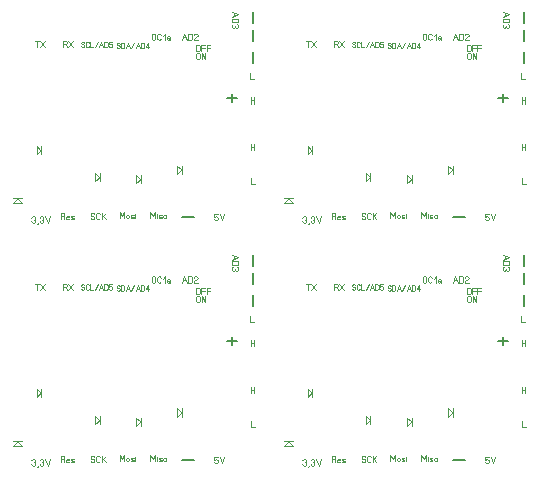
<source format=gbr>
%FSLAX32Y32*%
%MOMM*%
%LNBESTUECKUNG2*%
G71*
G01*
%ADD10C, 0.07*%
%ADD11C, 0.06*%
%ADD12C, 0.20*%
%ADD13C, 0.17*%
%ADD14C, 0.10*%
%ADD15C, 0.19*%
%LPD*%
G54D10*
X9758Y7526D02*
X9778Y7579D01*
X9798Y7526D01*
G54D10*
X9766Y7546D02*
X9790Y7546D01*
G54D10*
X9813Y7526D02*
X9813Y7579D01*
X9833Y7579D01*
X9841Y7576D01*
X9845Y7569D01*
X9845Y7536D01*
X9841Y7529D01*
X9833Y7526D01*
X9813Y7526D01*
G54D10*
X9892Y7526D02*
X9860Y7526D01*
X9860Y7529D01*
X9864Y7536D01*
X9888Y7556D01*
X9892Y7562D01*
X9892Y7569D01*
X9888Y7576D01*
X9880Y7579D01*
X9872Y7579D01*
X9864Y7576D01*
X9860Y7569D01*
G54D10*
X9534Y7569D02*
X9534Y7536D01*
X9530Y7529D01*
X9522Y7526D01*
X9514Y7526D01*
X9506Y7529D01*
X9502Y7536D01*
X9502Y7569D01*
X9506Y7576D01*
X9514Y7579D01*
X9522Y7579D01*
X9530Y7576D01*
X9534Y7569D01*
G54D10*
X9581Y7536D02*
X9577Y7529D01*
X9569Y7526D01*
X9561Y7526D01*
X9553Y7529D01*
X9549Y7536D01*
X9549Y7569D01*
X9553Y7576D01*
X9561Y7579D01*
X9569Y7579D01*
X9577Y7576D01*
X9581Y7569D01*
G54D10*
X9596Y7559D02*
X9616Y7579D01*
X9616Y7526D01*
G54D10*
X9631Y7552D02*
X9639Y7556D01*
X9649Y7556D01*
X9655Y7549D01*
X9655Y7526D01*
G54D10*
X9655Y7536D02*
X9651Y7542D01*
X9643Y7544D01*
X9635Y7542D01*
X9631Y7536D01*
X9633Y7529D01*
X9639Y7526D01*
X9643Y7526D01*
X9645Y7526D01*
X9651Y7529D01*
X9655Y7536D01*
G54D11*
X9207Y7467D02*
X9210Y7461D01*
X9217Y7458D01*
X9223Y7458D01*
X9230Y7461D01*
X9233Y7467D01*
X9233Y7472D01*
X9230Y7478D01*
X9223Y7481D01*
X9217Y7481D01*
X9210Y7483D01*
X9207Y7489D01*
X9207Y7494D01*
X9210Y7500D01*
X9217Y7503D01*
X9223Y7503D01*
X9230Y7500D01*
X9233Y7494D01*
G54D11*
X9246Y7458D02*
X9246Y7503D01*
X9262Y7503D01*
X9269Y7500D01*
X9272Y7494D01*
X9272Y7467D01*
X9269Y7461D01*
X9262Y7458D01*
X9246Y7458D01*
G54D11*
X9285Y7458D02*
X9301Y7503D01*
X9318Y7458D01*
G54D11*
X9291Y7475D02*
X9311Y7475D01*
G54D11*
X9330Y7458D02*
X9356Y7503D01*
G54D11*
X9369Y7458D02*
X9385Y7503D01*
X9402Y7458D01*
G54D11*
X9375Y7475D02*
X9395Y7475D01*
G54D11*
X9414Y7458D02*
X9414Y7503D01*
X9430Y7503D01*
X9437Y7500D01*
X9440Y7494D01*
X9440Y7467D01*
X9437Y7461D01*
X9430Y7458D01*
X9414Y7458D01*
G54D11*
X9473Y7458D02*
X9473Y7503D01*
X9453Y7475D01*
X9453Y7469D01*
X9479Y7469D01*
G54D11*
X8906Y7475D02*
X8909Y7469D01*
X8916Y7466D01*
X8923Y7466D01*
X8929Y7469D01*
X8933Y7475D01*
X8933Y7480D01*
X8929Y7486D01*
X8923Y7488D01*
X8916Y7488D01*
X8909Y7491D01*
X8906Y7497D01*
X8906Y7502D01*
X8909Y7508D01*
X8916Y7511D01*
X8923Y7511D01*
X8929Y7508D01*
X8933Y7502D01*
G54D11*
X8972Y7475D02*
X8968Y7469D01*
X8962Y7466D01*
X8955Y7466D01*
X8948Y7469D01*
X8945Y7475D01*
X8945Y7502D01*
X8948Y7508D01*
X8955Y7511D01*
X8962Y7511D01*
X8968Y7508D01*
X8972Y7502D01*
G54D11*
X8984Y7511D02*
X8984Y7466D01*
X9007Y7466D01*
G54D11*
X9019Y7466D02*
X9046Y7511D01*
G54D11*
X9058Y7466D02*
X9075Y7511D01*
X9091Y7466D01*
G54D11*
X9065Y7483D02*
X9085Y7483D01*
G54D11*
X9103Y7466D02*
X9103Y7511D01*
X9120Y7511D01*
X9126Y7508D01*
X9130Y7502D01*
X9130Y7475D01*
X9126Y7469D01*
X9120Y7466D01*
X9103Y7466D01*
G54D11*
X9169Y7511D02*
X9142Y7511D01*
X9142Y7491D01*
X9145Y7491D01*
X9152Y7494D01*
X9159Y7494D01*
X9165Y7491D01*
X9169Y7486D01*
X9169Y7475D01*
X9165Y7469D01*
X9159Y7466D01*
X9152Y7466D01*
X9145Y7469D01*
X9142Y7475D01*
G54D10*
X8767Y7488D02*
X8779Y7482D01*
X8783Y7475D01*
X8783Y7462D01*
G54D10*
X8751Y7462D02*
X8751Y7515D01*
X8771Y7515D01*
X8779Y7512D01*
X8783Y7505D01*
X8783Y7498D01*
X8779Y7492D01*
X8771Y7488D01*
X8751Y7488D01*
G54D10*
X8798Y7515D02*
X8838Y7462D01*
G54D10*
X8798Y7462D02*
X8838Y7515D01*
G54D10*
X8529Y7462D02*
X8529Y7515D01*
G54D10*
X8513Y7515D02*
X8545Y7515D01*
G54D10*
X8560Y7515D02*
X8600Y7462D01*
G54D10*
X8560Y7462D02*
X8600Y7515D01*
G54D10*
X10181Y7761D02*
X10234Y7741D01*
X10181Y7721D01*
G54D10*
X10201Y7753D02*
X10201Y7729D01*
G54D10*
X10181Y7706D02*
X10234Y7706D01*
X10234Y7686D01*
X10231Y7678D01*
X10224Y7674D01*
X10191Y7674D01*
X10184Y7678D01*
X10181Y7686D01*
X10181Y7706D01*
G54D10*
X10224Y7659D02*
X10231Y7655D01*
X10234Y7647D01*
X10234Y7639D01*
X10231Y7631D01*
X10224Y7627D01*
X10218Y7627D01*
X10211Y7631D01*
X10208Y7639D01*
X10204Y7631D01*
X10198Y7627D01*
X10191Y7627D01*
X10184Y7631D01*
X10181Y7639D01*
X10181Y7647D01*
X10184Y7655D01*
X10191Y7659D01*
G54D12*
X9858Y6024D02*
X9762Y6024D01*
G54D10*
X8484Y6021D02*
X8488Y6028D01*
X8496Y6031D01*
X8504Y6031D01*
X8512Y6028D01*
X8516Y6021D01*
X8516Y6014D01*
X8512Y6008D01*
X8504Y6004D01*
X8512Y6001D01*
X8516Y5994D01*
X8516Y5988D01*
X8512Y5981D01*
X8504Y5978D01*
X8496Y5978D01*
X8488Y5981D01*
X8484Y5988D01*
G54D10*
X8540Y5978D02*
X8540Y5971D01*
X8536Y5964D01*
X8532Y5964D01*
G54D10*
X8554Y6021D02*
X8558Y6028D01*
X8566Y6031D01*
X8574Y6031D01*
X8582Y6028D01*
X8586Y6021D01*
X8586Y6014D01*
X8582Y6008D01*
X8574Y6004D01*
X8582Y6001D01*
X8586Y5994D01*
X8586Y5988D01*
X8582Y5981D01*
X8574Y5978D01*
X8566Y5978D01*
X8558Y5981D01*
X8554Y5988D01*
G54D10*
X8602Y6031D02*
X8622Y5978D01*
X8642Y6031D01*
G54D10*
X9492Y6014D02*
X9492Y6067D01*
X9512Y6034D01*
X9532Y6067D01*
X9532Y6014D01*
G54D10*
X9548Y6014D02*
X9548Y6044D01*
G54D10*
X9548Y6054D02*
X9548Y6054D01*
G54D10*
X9562Y6017D02*
X9570Y6014D01*
X9578Y6014D01*
X9586Y6017D01*
X9586Y6024D01*
X9582Y6027D01*
X9566Y6030D01*
X9562Y6034D01*
X9562Y6040D01*
X9570Y6044D01*
X9578Y6044D01*
X9586Y6040D01*
G54D10*
X9626Y6022D02*
X9626Y6035D01*
X9622Y6042D01*
X9614Y6044D01*
X9606Y6042D01*
X9602Y6035D01*
X9602Y6022D01*
X9606Y6015D01*
X9614Y6014D01*
X9622Y6015D01*
X9626Y6022D01*
G54D10*
X9231Y6014D02*
X9231Y6067D01*
X9251Y6034D01*
X9271Y6067D01*
X9271Y6014D01*
G54D10*
X9310Y6022D02*
X9310Y6035D01*
X9306Y6042D01*
X9298Y6044D01*
X9290Y6042D01*
X9286Y6035D01*
X9286Y6022D01*
X9290Y6015D01*
X9298Y6014D01*
X9306Y6015D01*
X9310Y6022D01*
G54D10*
X9325Y6017D02*
X9333Y6014D01*
X9341Y6014D01*
X9349Y6017D01*
X9349Y6024D01*
X9345Y6027D01*
X9329Y6030D01*
X9325Y6034D01*
X9325Y6040D01*
X9333Y6044D01*
X9341Y6044D01*
X9349Y6040D01*
G54D10*
X9364Y6014D02*
X9364Y6044D01*
G54D10*
X9364Y6054D02*
X9364Y6054D01*
G54D10*
X8986Y6016D02*
X8990Y6009D01*
X8998Y6006D01*
X9006Y6006D01*
X9014Y6009D01*
X9018Y6016D01*
X9018Y6022D01*
X9014Y6029D01*
X9006Y6032D01*
X8998Y6032D01*
X8990Y6036D01*
X8986Y6042D01*
X8986Y6049D01*
X8990Y6056D01*
X8998Y6059D01*
X9006Y6059D01*
X9014Y6056D01*
X9018Y6049D01*
G54D10*
X9064Y6016D02*
X9060Y6009D01*
X9052Y6006D01*
X9044Y6006D01*
X9036Y6009D01*
X9032Y6016D01*
X9032Y6049D01*
X9036Y6056D01*
X9044Y6059D01*
X9052Y6059D01*
X9060Y6056D01*
X9064Y6049D01*
G54D10*
X9080Y6006D02*
X9080Y6059D01*
G54D10*
X9080Y6022D02*
X9112Y6059D01*
G54D10*
X9092Y6032D02*
X9112Y6006D01*
G54D10*
X8748Y6032D02*
X8760Y6026D01*
X8764Y6019D01*
X8764Y6006D01*
G54D10*
X8732Y6006D02*
X8732Y6059D01*
X8752Y6059D01*
X8760Y6056D01*
X8764Y6049D01*
X8764Y6042D01*
X8760Y6036D01*
X8752Y6032D01*
X8732Y6032D01*
G54D10*
X8804Y6009D02*
X8797Y6006D01*
X8789Y6006D01*
X8781Y6009D01*
X8780Y6016D01*
X8780Y6027D01*
X8784Y6034D01*
X8792Y6036D01*
X8800Y6034D01*
X8804Y6029D01*
X8804Y6022D01*
X8780Y6022D01*
G54D10*
X8818Y6009D02*
X8826Y6006D01*
X8834Y6006D01*
X8842Y6009D01*
X8842Y6016D01*
X8838Y6019D01*
X8822Y6022D01*
X8818Y6026D01*
X8818Y6032D01*
X8826Y6036D01*
X8834Y6036D01*
X8842Y6032D01*
G54D13*
X10223Y7035D02*
X10143Y7035D01*
G54D13*
X10183Y7068D02*
X10183Y7001D01*
G54D10*
X10063Y6051D02*
X10031Y6051D01*
X10031Y6028D01*
X10035Y6028D01*
X10043Y6031D01*
X10051Y6031D01*
X10059Y6028D01*
X10063Y6021D01*
X10063Y6008D01*
X10059Y6001D01*
X10051Y5998D01*
X10043Y5998D01*
X10035Y6001D01*
X10031Y6008D01*
G54D10*
X10078Y6051D02*
X10098Y5998D01*
X10118Y6051D01*
G54D10*
X9909Y7474D02*
X9909Y7441D01*
X9905Y7434D01*
X9897Y7431D01*
X9889Y7431D01*
X9881Y7434D01*
X9877Y7441D01*
X9877Y7474D01*
X9881Y7481D01*
X9889Y7484D01*
X9897Y7484D01*
X9905Y7481D01*
X9909Y7474D01*
G54D10*
X9924Y7431D02*
X9924Y7484D01*
X9952Y7484D01*
G54D10*
X9924Y7458D02*
X9952Y7458D01*
G54D10*
X9967Y7431D02*
X9967Y7484D01*
X9995Y7484D01*
G54D10*
X9967Y7458D02*
X9995Y7458D01*
G54D10*
X9911Y7404D02*
X9911Y7371D01*
X9907Y7364D01*
X9899Y7361D01*
X9891Y7361D01*
X9883Y7364D01*
X9879Y7371D01*
X9879Y7404D01*
X9883Y7411D01*
X9891Y7414D01*
X9899Y7414D01*
X9907Y7411D01*
X9911Y7404D01*
G54D10*
X9926Y7361D02*
X9926Y7414D01*
X9958Y7361D01*
X9958Y7414D01*
G54D14*
X8332Y6144D02*
X8403Y6144D01*
X8364Y6184D01*
X8364Y6176D01*
X8332Y6144D01*
G54D14*
X8332Y6184D02*
X8395Y6184D01*
X8403Y6184D01*
G54D14*
X8530Y6629D02*
X8530Y6558D01*
X8569Y6597D01*
X8561Y6597D01*
X8530Y6629D01*
G54D14*
X8569Y6629D02*
X8569Y6566D01*
X8569Y6558D01*
G54D14*
X9022Y6399D02*
X9022Y6327D01*
X9061Y6367D01*
X9054Y6367D01*
X9022Y6399D01*
G54D14*
X9061Y6399D02*
X9061Y6335D01*
X9061Y6327D01*
G54D14*
X9371Y6383D02*
X9371Y6312D01*
X9411Y6351D01*
X9403Y6351D01*
X9371Y6383D01*
G54D14*
X9411Y6383D02*
X9411Y6319D01*
X9411Y6312D01*
G54D14*
X9720Y6462D02*
X9720Y6391D01*
X9760Y6431D01*
X9752Y6431D01*
X9720Y6462D01*
G54D14*
X9760Y6462D02*
X9760Y6399D01*
X9760Y6391D01*
G54D10*
X10340Y6986D02*
X10340Y7040D01*
G54D10*
X10372Y6986D02*
X10372Y7040D01*
G54D10*
X10340Y7013D02*
X10372Y7013D01*
G54D10*
X10340Y6590D02*
X10340Y6643D01*
G54D10*
X10372Y6590D02*
X10372Y6643D01*
G54D10*
X10340Y6616D02*
X10372Y6616D01*
G54D10*
X10339Y7248D02*
X10339Y7194D01*
X10367Y7194D01*
G54D10*
X10347Y6359D02*
X10347Y6305D01*
X10375Y6305D01*
G54D15*
X10358Y7328D02*
X10358Y7419D01*
G54D15*
X10358Y7670D02*
X10358Y7760D01*
G54D15*
X10358Y7519D02*
X10358Y7610D01*
G54D10*
X12052Y7526D02*
X12072Y7579D01*
X12092Y7526D01*
G54D10*
X12060Y7546D02*
X12084Y7546D01*
G54D10*
X12107Y7526D02*
X12107Y7579D01*
X12127Y7579D01*
X12135Y7576D01*
X12139Y7569D01*
X12139Y7536D01*
X12135Y7529D01*
X12127Y7526D01*
X12107Y7526D01*
G54D10*
X12186Y7526D02*
X12154Y7526D01*
X12154Y7529D01*
X12158Y7536D01*
X12182Y7556D01*
X12186Y7562D01*
X12186Y7569D01*
X12182Y7576D01*
X12174Y7579D01*
X12166Y7579D01*
X12158Y7576D01*
X12154Y7569D01*
G54D10*
X11828Y7569D02*
X11828Y7536D01*
X11824Y7529D01*
X11816Y7526D01*
X11808Y7526D01*
X11800Y7529D01*
X11796Y7536D01*
X11796Y7569D01*
X11800Y7576D01*
X11808Y7579D01*
X11816Y7579D01*
X11824Y7576D01*
X11828Y7569D01*
G54D10*
X11875Y7536D02*
X11871Y7529D01*
X11863Y7526D01*
X11855Y7526D01*
X11847Y7529D01*
X11843Y7536D01*
X11843Y7569D01*
X11847Y7576D01*
X11855Y7579D01*
X11863Y7579D01*
X11871Y7576D01*
X11875Y7569D01*
G54D10*
X11890Y7559D02*
X11910Y7579D01*
X11910Y7526D01*
G54D10*
X11925Y7552D02*
X11933Y7556D01*
X11943Y7556D01*
X11949Y7549D01*
X11949Y7526D01*
G54D10*
X11949Y7536D02*
X11945Y7542D01*
X11937Y7544D01*
X11929Y7542D01*
X11925Y7536D01*
X11927Y7529D01*
X11933Y7526D01*
X11937Y7526D01*
X11939Y7526D01*
X11945Y7529D01*
X11949Y7536D01*
G54D11*
X11501Y7467D02*
X11504Y7461D01*
X11511Y7458D01*
X11517Y7458D01*
X11524Y7461D01*
X11527Y7467D01*
X11527Y7472D01*
X11524Y7478D01*
X11517Y7481D01*
X11511Y7481D01*
X11504Y7483D01*
X11501Y7489D01*
X11501Y7494D01*
X11504Y7500D01*
X11511Y7503D01*
X11517Y7503D01*
X11524Y7500D01*
X11527Y7494D01*
G54D11*
X11540Y7458D02*
X11540Y7503D01*
X11556Y7503D01*
X11563Y7500D01*
X11566Y7494D01*
X11566Y7467D01*
X11563Y7461D01*
X11556Y7458D01*
X11540Y7458D01*
G54D11*
X11579Y7458D02*
X11595Y7503D01*
X11612Y7458D01*
G54D11*
X11585Y7475D02*
X11605Y7475D01*
G54D11*
X11624Y7458D02*
X11650Y7503D01*
G54D11*
X11663Y7458D02*
X11679Y7503D01*
X11696Y7458D01*
G54D11*
X11669Y7475D02*
X11689Y7475D01*
G54D11*
X11708Y7458D02*
X11708Y7503D01*
X11724Y7503D01*
X11731Y7500D01*
X11734Y7494D01*
X11734Y7467D01*
X11731Y7461D01*
X11724Y7458D01*
X11708Y7458D01*
G54D11*
X11767Y7458D02*
X11767Y7503D01*
X11747Y7475D01*
X11747Y7469D01*
X11773Y7469D01*
G54D11*
X11200Y7475D02*
X11203Y7469D01*
X11210Y7466D01*
X11217Y7466D01*
X11223Y7469D01*
X11227Y7475D01*
X11227Y7480D01*
X11223Y7486D01*
X11217Y7488D01*
X11210Y7488D01*
X11203Y7491D01*
X11200Y7497D01*
X11200Y7502D01*
X11203Y7508D01*
X11210Y7511D01*
X11217Y7511D01*
X11223Y7508D01*
X11227Y7502D01*
G54D11*
X11266Y7475D02*
X11262Y7469D01*
X11256Y7466D01*
X11249Y7466D01*
X11242Y7469D01*
X11239Y7475D01*
X11239Y7502D01*
X11242Y7508D01*
X11249Y7511D01*
X11256Y7511D01*
X11262Y7508D01*
X11266Y7502D01*
G54D11*
X11278Y7511D02*
X11278Y7466D01*
X11301Y7466D01*
G54D11*
X11313Y7466D02*
X11340Y7511D01*
G54D11*
X11352Y7466D02*
X11369Y7511D01*
X11385Y7466D01*
G54D11*
X11359Y7483D02*
X11379Y7483D01*
G54D11*
X11397Y7466D02*
X11397Y7511D01*
X11414Y7511D01*
X11420Y7508D01*
X11424Y7502D01*
X11424Y7475D01*
X11420Y7469D01*
X11414Y7466D01*
X11397Y7466D01*
G54D11*
X11463Y7511D02*
X11436Y7511D01*
X11436Y7491D01*
X11439Y7491D01*
X11446Y7494D01*
X11453Y7494D01*
X11459Y7491D01*
X11463Y7486D01*
X11463Y7475D01*
X11459Y7469D01*
X11453Y7466D01*
X11446Y7466D01*
X11439Y7469D01*
X11436Y7475D01*
G54D10*
X11061Y7488D02*
X11073Y7482D01*
X11077Y7475D01*
X11077Y7462D01*
G54D10*
X11045Y7462D02*
X11045Y7515D01*
X11065Y7515D01*
X11073Y7512D01*
X11077Y7505D01*
X11077Y7498D01*
X11073Y7492D01*
X11065Y7488D01*
X11045Y7488D01*
G54D10*
X11092Y7515D02*
X11132Y7462D01*
G54D10*
X11092Y7462D02*
X11132Y7515D01*
G54D10*
X10823Y7462D02*
X10823Y7515D01*
G54D10*
X10807Y7515D02*
X10839Y7515D01*
G54D10*
X10854Y7515D02*
X10894Y7462D01*
G54D10*
X10854Y7462D02*
X10894Y7515D01*
G54D10*
X12475Y7761D02*
X12528Y7741D01*
X12475Y7721D01*
G54D10*
X12495Y7753D02*
X12495Y7729D01*
G54D10*
X12475Y7706D02*
X12528Y7706D01*
X12528Y7686D01*
X12525Y7678D01*
X12518Y7674D01*
X12485Y7674D01*
X12478Y7678D01*
X12475Y7686D01*
X12475Y7706D01*
G54D10*
X12518Y7659D02*
X12525Y7655D01*
X12528Y7647D01*
X12528Y7639D01*
X12525Y7631D01*
X12518Y7627D01*
X12512Y7627D01*
X12505Y7631D01*
X12502Y7639D01*
X12498Y7631D01*
X12492Y7627D01*
X12485Y7627D01*
X12478Y7631D01*
X12475Y7639D01*
X12475Y7647D01*
X12478Y7655D01*
X12485Y7659D01*
G54D12*
X12152Y6024D02*
X12056Y6024D01*
G54D10*
X10778Y6021D02*
X10782Y6028D01*
X10790Y6031D01*
X10798Y6031D01*
X10806Y6028D01*
X10810Y6021D01*
X10810Y6014D01*
X10806Y6008D01*
X10798Y6004D01*
X10806Y6001D01*
X10810Y5994D01*
X10810Y5988D01*
X10806Y5981D01*
X10798Y5978D01*
X10790Y5978D01*
X10782Y5981D01*
X10778Y5988D01*
G54D10*
X10833Y5978D02*
X10833Y5971D01*
X10829Y5964D01*
X10825Y5964D01*
G54D10*
X10848Y6021D02*
X10852Y6028D01*
X10860Y6031D01*
X10868Y6031D01*
X10876Y6028D01*
X10880Y6021D01*
X10880Y6014D01*
X10876Y6008D01*
X10868Y6004D01*
X10876Y6001D01*
X10880Y5994D01*
X10880Y5988D01*
X10876Y5981D01*
X10868Y5978D01*
X10860Y5978D01*
X10852Y5981D01*
X10848Y5988D01*
G54D10*
X10895Y6031D02*
X10915Y5978D01*
X10935Y6031D01*
G54D10*
X11786Y6014D02*
X11786Y6067D01*
X11806Y6034D01*
X11826Y6067D01*
X11826Y6014D01*
G54D10*
X11841Y6014D02*
X11841Y6044D01*
G54D10*
X11841Y6054D02*
X11841Y6054D01*
G54D10*
X11856Y6017D02*
X11864Y6014D01*
X11872Y6014D01*
X11880Y6017D01*
X11880Y6024D01*
X11876Y6027D01*
X11860Y6030D01*
X11856Y6034D01*
X11856Y6040D01*
X11864Y6044D01*
X11872Y6044D01*
X11880Y6040D01*
G54D10*
X11919Y6022D02*
X11919Y6035D01*
X11915Y6042D01*
X11907Y6044D01*
X11899Y6042D01*
X11895Y6035D01*
X11895Y6022D01*
X11899Y6015D01*
X11907Y6014D01*
X11915Y6015D01*
X11919Y6022D01*
G54D10*
X11524Y6014D02*
X11524Y6067D01*
X11544Y6034D01*
X11564Y6067D01*
X11564Y6014D01*
G54D10*
X11604Y6022D02*
X11604Y6035D01*
X11600Y6042D01*
X11592Y6044D01*
X11584Y6042D01*
X11580Y6035D01*
X11580Y6022D01*
X11584Y6015D01*
X11592Y6014D01*
X11600Y6015D01*
X11604Y6022D01*
G54D10*
X11618Y6017D02*
X11626Y6014D01*
X11634Y6014D01*
X11642Y6017D01*
X11642Y6024D01*
X11638Y6027D01*
X11622Y6030D01*
X11618Y6034D01*
X11618Y6040D01*
X11626Y6044D01*
X11634Y6044D01*
X11642Y6040D01*
G54D10*
X11658Y6014D02*
X11658Y6044D01*
G54D10*
X11658Y6054D02*
X11658Y6054D01*
G54D10*
X11279Y6016D02*
X11283Y6009D01*
X11291Y6006D01*
X11299Y6006D01*
X11307Y6009D01*
X11311Y6016D01*
X11311Y6022D01*
X11307Y6029D01*
X11299Y6032D01*
X11291Y6032D01*
X11283Y6036D01*
X11279Y6042D01*
X11279Y6049D01*
X11283Y6056D01*
X11291Y6059D01*
X11299Y6059D01*
X11307Y6056D01*
X11311Y6049D01*
G54D10*
X11358Y6016D02*
X11354Y6009D01*
X11346Y6006D01*
X11338Y6006D01*
X11330Y6009D01*
X11326Y6016D01*
X11326Y6049D01*
X11330Y6056D01*
X11338Y6059D01*
X11346Y6059D01*
X11354Y6056D01*
X11358Y6049D01*
G54D10*
X11373Y6006D02*
X11373Y6059D01*
G54D10*
X11373Y6022D02*
X11405Y6059D01*
G54D10*
X11385Y6032D02*
X11405Y6006D01*
G54D10*
X11042Y6032D02*
X11054Y6026D01*
X11058Y6019D01*
X11058Y6006D01*
G54D10*
X11026Y6006D02*
X11026Y6059D01*
X11046Y6059D01*
X11054Y6056D01*
X11058Y6049D01*
X11058Y6042D01*
X11054Y6036D01*
X11046Y6032D01*
X11026Y6032D01*
G54D10*
X11097Y6009D02*
X11091Y6006D01*
X11083Y6006D01*
X11075Y6009D01*
X11073Y6016D01*
X11073Y6027D01*
X11077Y6034D01*
X11085Y6036D01*
X11093Y6034D01*
X11097Y6029D01*
X11097Y6022D01*
X11073Y6022D01*
G54D10*
X11112Y6009D02*
X11120Y6006D01*
X11128Y6006D01*
X11136Y6009D01*
X11136Y6016D01*
X11132Y6019D01*
X11116Y6022D01*
X11112Y6026D01*
X11112Y6032D01*
X11120Y6036D01*
X11128Y6036D01*
X11136Y6032D01*
G54D13*
X12517Y7035D02*
X12437Y7035D01*
G54D13*
X12477Y7068D02*
X12477Y7001D01*
G54D10*
X12357Y6051D02*
X12325Y6051D01*
X12325Y6028D01*
X12329Y6028D01*
X12337Y6031D01*
X12345Y6031D01*
X12353Y6028D01*
X12357Y6021D01*
X12357Y6008D01*
X12353Y6001D01*
X12345Y5998D01*
X12337Y5998D01*
X12329Y6001D01*
X12325Y6008D01*
G54D10*
X12372Y6051D02*
X12392Y5998D01*
X12412Y6051D01*
G54D10*
X12203Y7474D02*
X12203Y7441D01*
X12199Y7434D01*
X12191Y7431D01*
X12183Y7431D01*
X12175Y7434D01*
X12171Y7441D01*
X12171Y7474D01*
X12175Y7481D01*
X12183Y7484D01*
X12191Y7484D01*
X12199Y7481D01*
X12203Y7474D01*
G54D10*
X12218Y7431D02*
X12218Y7484D01*
X12246Y7484D01*
G54D10*
X12218Y7458D02*
X12246Y7458D01*
G54D10*
X12261Y7431D02*
X12261Y7484D01*
X12289Y7484D01*
G54D10*
X12261Y7458D02*
X12289Y7458D01*
G54D10*
X12205Y7404D02*
X12205Y7371D01*
X12201Y7364D01*
X12193Y7361D01*
X12185Y7361D01*
X12177Y7364D01*
X12173Y7371D01*
X12173Y7404D01*
X12177Y7411D01*
X12185Y7414D01*
X12193Y7414D01*
X12201Y7411D01*
X12205Y7404D01*
G54D10*
X12220Y7361D02*
X12220Y7414D01*
X12252Y7361D01*
X12252Y7414D01*
G54D14*
X10626Y6144D02*
X10697Y6144D01*
X10658Y6184D01*
X10658Y6176D01*
X10626Y6144D01*
G54D14*
X10626Y6184D02*
X10689Y6184D01*
X10697Y6184D01*
G54D14*
X10824Y6629D02*
X10824Y6558D01*
X10863Y6597D01*
X10855Y6597D01*
X10824Y6629D01*
G54D14*
X10863Y6629D02*
X10863Y6566D01*
X10863Y6558D01*
G54D14*
X11316Y6399D02*
X11316Y6327D01*
X11355Y6367D01*
X11347Y6367D01*
X11316Y6399D01*
G54D14*
X11355Y6399D02*
X11355Y6335D01*
X11355Y6327D01*
G54D14*
X11665Y6383D02*
X11665Y6312D01*
X11705Y6351D01*
X11697Y6351D01*
X11665Y6383D01*
G54D14*
X11705Y6383D02*
X11705Y6319D01*
X11705Y6312D01*
G54D14*
X12014Y6462D02*
X12014Y6391D01*
X12054Y6431D01*
X12046Y6431D01*
X12014Y6462D01*
G54D14*
X12054Y6462D02*
X12054Y6399D01*
X12054Y6391D01*
G54D10*
X12634Y6986D02*
X12634Y7040D01*
G54D10*
X12666Y6986D02*
X12666Y7040D01*
G54D10*
X12634Y7013D02*
X12666Y7013D01*
G54D10*
X12634Y6590D02*
X12634Y6643D01*
G54D10*
X12666Y6590D02*
X12666Y6643D01*
G54D10*
X12634Y6616D02*
X12666Y6616D01*
G54D10*
X12633Y7248D02*
X12633Y7194D01*
X12661Y7194D01*
G54D10*
X12641Y6359D02*
X12641Y6305D01*
X12669Y6305D01*
G54D15*
X12652Y7328D02*
X12652Y7419D01*
G54D15*
X12652Y7670D02*
X12652Y7760D01*
G54D15*
X12652Y7519D02*
X12652Y7610D01*
G54D10*
X9758Y5470D02*
X9778Y5523D01*
X9798Y5470D01*
G54D10*
X9766Y5490D02*
X9790Y5490D01*
G54D10*
X9813Y5470D02*
X9813Y5523D01*
X9833Y5523D01*
X9841Y5520D01*
X9845Y5513D01*
X9845Y5480D01*
X9841Y5473D01*
X9833Y5470D01*
X9813Y5470D01*
G54D10*
X9892Y5470D02*
X9860Y5470D01*
X9860Y5473D01*
X9864Y5480D01*
X9888Y5500D01*
X9892Y5506D01*
X9892Y5513D01*
X9888Y5520D01*
X9880Y5523D01*
X9872Y5523D01*
X9864Y5520D01*
X9860Y5513D01*
G54D10*
X9534Y5513D02*
X9534Y5480D01*
X9530Y5473D01*
X9522Y5470D01*
X9514Y5470D01*
X9506Y5473D01*
X9502Y5480D01*
X9502Y5513D01*
X9506Y5520D01*
X9514Y5523D01*
X9522Y5523D01*
X9530Y5520D01*
X9534Y5513D01*
G54D10*
X9581Y5480D02*
X9577Y5473D01*
X9569Y5470D01*
X9561Y5470D01*
X9553Y5473D01*
X9549Y5480D01*
X9549Y5513D01*
X9553Y5520D01*
X9561Y5523D01*
X9569Y5523D01*
X9577Y5520D01*
X9581Y5513D01*
G54D10*
X9596Y5503D02*
X9616Y5523D01*
X9616Y5470D01*
G54D10*
X9631Y5496D02*
X9639Y5500D01*
X9649Y5500D01*
X9655Y5493D01*
X9655Y5470D01*
G54D10*
X9655Y5480D02*
X9651Y5486D01*
X9643Y5488D01*
X9635Y5486D01*
X9631Y5480D01*
X9633Y5473D01*
X9639Y5470D01*
X9643Y5470D01*
X9645Y5470D01*
X9651Y5473D01*
X9655Y5480D01*
G54D11*
X9207Y5411D02*
X9210Y5405D01*
X9217Y5402D01*
X9223Y5402D01*
X9230Y5405D01*
X9233Y5411D01*
X9233Y5416D01*
X9230Y5422D01*
X9223Y5425D01*
X9217Y5425D01*
X9210Y5428D01*
X9207Y5433D01*
X9207Y5439D01*
X9210Y5444D01*
X9217Y5447D01*
X9223Y5447D01*
X9230Y5444D01*
X9233Y5439D01*
G54D11*
X9246Y5402D02*
X9246Y5447D01*
X9262Y5447D01*
X9269Y5444D01*
X9272Y5439D01*
X9272Y5411D01*
X9269Y5405D01*
X9262Y5402D01*
X9246Y5402D01*
G54D11*
X9285Y5402D02*
X9301Y5447D01*
X9318Y5402D01*
G54D11*
X9291Y5419D02*
X9311Y5419D01*
G54D11*
X9330Y5402D02*
X9356Y5447D01*
G54D11*
X9369Y5402D02*
X9385Y5447D01*
X9402Y5402D01*
G54D11*
X9375Y5419D02*
X9395Y5419D01*
G54D11*
X9414Y5402D02*
X9414Y5447D01*
X9430Y5447D01*
X9437Y5444D01*
X9440Y5439D01*
X9440Y5411D01*
X9437Y5405D01*
X9430Y5402D01*
X9414Y5402D01*
G54D11*
X9473Y5402D02*
X9473Y5447D01*
X9453Y5419D01*
X9453Y5414D01*
X9479Y5414D01*
G54D11*
X8906Y5419D02*
X8909Y5413D01*
X8916Y5410D01*
X8923Y5410D01*
X8929Y5413D01*
X8933Y5419D01*
X8933Y5424D01*
X8929Y5430D01*
X8923Y5433D01*
X8916Y5433D01*
X8909Y5435D01*
X8906Y5441D01*
X8906Y5447D01*
X8909Y5452D01*
X8916Y5455D01*
X8923Y5455D01*
X8929Y5452D01*
X8933Y5447D01*
G54D11*
X8972Y5419D02*
X8968Y5413D01*
X8962Y5410D01*
X8955Y5410D01*
X8948Y5413D01*
X8945Y5419D01*
X8945Y5447D01*
X8948Y5452D01*
X8955Y5455D01*
X8962Y5455D01*
X8968Y5452D01*
X8972Y5447D01*
G54D11*
X8984Y5455D02*
X8984Y5410D01*
X9007Y5410D01*
G54D11*
X9019Y5410D02*
X9046Y5455D01*
G54D11*
X9058Y5410D02*
X9075Y5455D01*
X9091Y5410D01*
G54D11*
X9065Y5427D02*
X9085Y5427D01*
G54D11*
X9103Y5410D02*
X9103Y5455D01*
X9120Y5455D01*
X9126Y5452D01*
X9130Y5447D01*
X9130Y5419D01*
X9126Y5413D01*
X9120Y5410D01*
X9103Y5410D01*
G54D11*
X9169Y5455D02*
X9142Y5455D01*
X9142Y5435D01*
X9145Y5435D01*
X9152Y5438D01*
X9159Y5438D01*
X9165Y5435D01*
X9169Y5430D01*
X9169Y5419D01*
X9165Y5413D01*
X9159Y5410D01*
X9152Y5410D01*
X9145Y5413D01*
X9142Y5419D01*
G54D10*
X8767Y5433D02*
X8779Y5426D01*
X8783Y5419D01*
X8783Y5406D01*
G54D10*
X8751Y5406D02*
X8751Y5459D01*
X8771Y5459D01*
X8779Y5456D01*
X8783Y5449D01*
X8783Y5443D01*
X8779Y5436D01*
X8771Y5433D01*
X8751Y5433D01*
G54D10*
X8798Y5459D02*
X8838Y5406D01*
G54D10*
X8798Y5406D02*
X8838Y5459D01*
G54D10*
X8529Y5406D02*
X8529Y5459D01*
G54D10*
X8513Y5459D02*
X8545Y5459D01*
G54D10*
X8560Y5459D02*
X8600Y5406D01*
G54D10*
X8560Y5406D02*
X8600Y5459D01*
G54D10*
X10181Y5705D02*
X10234Y5685D01*
X10181Y5665D01*
G54D10*
X10201Y5697D02*
X10201Y5673D01*
G54D10*
X10181Y5650D02*
X10234Y5650D01*
X10234Y5630D01*
X10231Y5622D01*
X10224Y5618D01*
X10191Y5618D01*
X10184Y5622D01*
X10181Y5630D01*
X10181Y5650D01*
G54D10*
X10224Y5603D02*
X10231Y5599D01*
X10234Y5591D01*
X10234Y5583D01*
X10231Y5575D01*
X10224Y5571D01*
X10218Y5571D01*
X10211Y5575D01*
X10208Y5583D01*
X10204Y5575D01*
X10198Y5571D01*
X10191Y5571D01*
X10184Y5575D01*
X10181Y5583D01*
X10181Y5591D01*
X10184Y5599D01*
X10191Y5603D01*
G54D12*
X9858Y3968D02*
X9762Y3968D01*
G54D10*
X8484Y3965D02*
X8488Y3972D01*
X8496Y3975D01*
X8504Y3975D01*
X8512Y3972D01*
X8516Y3965D01*
X8516Y3958D01*
X8512Y3952D01*
X8504Y3948D01*
X8512Y3945D01*
X8516Y3938D01*
X8516Y3932D01*
X8512Y3925D01*
X8504Y3922D01*
X8496Y3922D01*
X8488Y3925D01*
X8484Y3932D01*
G54D10*
X8540Y3922D02*
X8540Y3915D01*
X8536Y3908D01*
X8532Y3908D01*
G54D10*
X8554Y3965D02*
X8558Y3972D01*
X8566Y3975D01*
X8574Y3975D01*
X8582Y3972D01*
X8586Y3965D01*
X8586Y3958D01*
X8582Y3952D01*
X8574Y3948D01*
X8582Y3945D01*
X8586Y3938D01*
X8586Y3932D01*
X8582Y3925D01*
X8574Y3922D01*
X8566Y3922D01*
X8558Y3925D01*
X8554Y3932D01*
G54D10*
X8602Y3975D02*
X8622Y3922D01*
X8642Y3975D01*
G54D10*
X9492Y3958D02*
X9492Y4011D01*
X9512Y3978D01*
X9532Y4011D01*
X9532Y3958D01*
G54D10*
X9548Y3958D02*
X9548Y3988D01*
G54D10*
X9548Y3998D02*
X9548Y3998D01*
G54D10*
X9562Y3961D02*
X9570Y3958D01*
X9578Y3958D01*
X9586Y3961D01*
X9586Y3968D01*
X9582Y3971D01*
X9566Y3975D01*
X9562Y3978D01*
X9562Y3985D01*
X9570Y3988D01*
X9578Y3988D01*
X9586Y3985D01*
G54D10*
X9626Y3966D02*
X9626Y3979D01*
X9622Y3986D01*
X9614Y3988D01*
X9606Y3986D01*
X9602Y3979D01*
X9602Y3966D01*
X9606Y3959D01*
X9614Y3958D01*
X9622Y3959D01*
X9626Y3966D01*
G54D10*
X9231Y3958D02*
X9231Y4011D01*
X9251Y3978D01*
X9271Y4011D01*
X9271Y3958D01*
G54D10*
X9310Y3966D02*
X9310Y3979D01*
X9306Y3986D01*
X9298Y3988D01*
X9290Y3986D01*
X9286Y3979D01*
X9286Y3966D01*
X9290Y3959D01*
X9298Y3958D01*
X9306Y3959D01*
X9310Y3966D01*
G54D10*
X9325Y3961D02*
X9333Y3958D01*
X9341Y3958D01*
X9349Y3961D01*
X9349Y3968D01*
X9345Y3971D01*
X9329Y3975D01*
X9325Y3978D01*
X9325Y3985D01*
X9333Y3988D01*
X9341Y3988D01*
X9349Y3985D01*
G54D10*
X9364Y3958D02*
X9364Y3988D01*
G54D10*
X9364Y3998D02*
X9364Y3998D01*
G54D10*
X8986Y3960D02*
X8990Y3953D01*
X8998Y3950D01*
X9006Y3950D01*
X9014Y3953D01*
X9018Y3960D01*
X9018Y3967D01*
X9014Y3973D01*
X9006Y3977D01*
X8998Y3977D01*
X8990Y3980D01*
X8986Y3987D01*
X8986Y3993D01*
X8990Y4000D01*
X8998Y4003D01*
X9006Y4003D01*
X9014Y4000D01*
X9018Y3993D01*
G54D10*
X9064Y3960D02*
X9060Y3953D01*
X9052Y3950D01*
X9044Y3950D01*
X9036Y3953D01*
X9032Y3960D01*
X9032Y3993D01*
X9036Y4000D01*
X9044Y4003D01*
X9052Y4003D01*
X9060Y4000D01*
X9064Y3993D01*
G54D10*
X9080Y3950D02*
X9080Y4003D01*
G54D10*
X9080Y3967D02*
X9112Y4003D01*
G54D10*
X9092Y3977D02*
X9112Y3950D01*
G54D10*
X8748Y3977D02*
X8760Y3970D01*
X8764Y3963D01*
X8764Y3950D01*
G54D10*
X8732Y3950D02*
X8732Y4003D01*
X8752Y4003D01*
X8760Y4000D01*
X8764Y3993D01*
X8764Y3987D01*
X8760Y3980D01*
X8752Y3977D01*
X8732Y3977D01*
G54D10*
X8804Y3953D02*
X8797Y3950D01*
X8789Y3950D01*
X8781Y3953D01*
X8780Y3960D01*
X8780Y3971D01*
X8784Y3978D01*
X8792Y3980D01*
X8800Y3978D01*
X8804Y3973D01*
X8804Y3967D01*
X8780Y3967D01*
G54D10*
X8818Y3953D02*
X8826Y3950D01*
X8834Y3950D01*
X8842Y3953D01*
X8842Y3960D01*
X8838Y3963D01*
X8822Y3967D01*
X8818Y3970D01*
X8818Y3977D01*
X8826Y3980D01*
X8834Y3980D01*
X8842Y3977D01*
G54D13*
X10223Y4979D02*
X10143Y4979D01*
G54D13*
X10183Y5012D02*
X10183Y4946D01*
G54D10*
X10063Y3995D02*
X10031Y3995D01*
X10031Y3972D01*
X10035Y3972D01*
X10043Y3975D01*
X10051Y3975D01*
X10059Y3972D01*
X10063Y3965D01*
X10063Y3952D01*
X10059Y3945D01*
X10051Y3942D01*
X10043Y3942D01*
X10035Y3945D01*
X10031Y3952D01*
G54D10*
X10078Y3995D02*
X10098Y3942D01*
X10118Y3995D01*
G54D10*
X9909Y5418D02*
X9909Y5385D01*
X9905Y5378D01*
X9897Y5375D01*
X9889Y5375D01*
X9881Y5378D01*
X9877Y5385D01*
X9877Y5418D01*
X9881Y5425D01*
X9889Y5428D01*
X9897Y5428D01*
X9905Y5425D01*
X9909Y5418D01*
G54D10*
X9924Y5375D02*
X9924Y5428D01*
X9952Y5428D01*
G54D10*
X9924Y5402D02*
X9952Y5402D01*
G54D10*
X9967Y5375D02*
X9967Y5428D01*
X9995Y5428D01*
G54D10*
X9967Y5402D02*
X9995Y5402D01*
G54D10*
X9911Y5348D02*
X9911Y5315D01*
X9907Y5308D01*
X9899Y5305D01*
X9891Y5305D01*
X9883Y5308D01*
X9879Y5315D01*
X9879Y5348D01*
X9883Y5355D01*
X9891Y5358D01*
X9899Y5358D01*
X9907Y5355D01*
X9911Y5348D01*
G54D10*
X9926Y5305D02*
X9926Y5358D01*
X9958Y5305D01*
X9958Y5358D01*
G54D14*
X8332Y4089D02*
X8403Y4089D01*
X8364Y4128D01*
X8364Y4120D01*
X8332Y4089D01*
G54D14*
X8332Y4128D02*
X8395Y4128D01*
X8403Y4128D01*
G54D14*
X8530Y4573D02*
X8530Y4502D01*
X8569Y4542D01*
X8561Y4542D01*
X8530Y4573D01*
G54D14*
X8569Y4573D02*
X8569Y4510D01*
X8569Y4502D01*
G54D14*
X9022Y4343D02*
X9022Y4272D01*
X9061Y4311D01*
X9054Y4311D01*
X9022Y4343D01*
G54D14*
X9061Y4343D02*
X9061Y4280D01*
X9061Y4272D01*
G54D14*
X9371Y4327D02*
X9371Y4256D01*
X9411Y4295D01*
X9403Y4295D01*
X9371Y4327D01*
G54D14*
X9411Y4327D02*
X9411Y4264D01*
X9411Y4256D01*
G54D14*
X9720Y4407D02*
X9720Y4335D01*
X9760Y4375D01*
X9752Y4375D01*
X9720Y4407D01*
G54D14*
X9760Y4407D02*
X9760Y4343D01*
X9760Y4335D01*
G54D10*
X10340Y4931D02*
X10340Y4984D01*
G54D10*
X10372Y4931D02*
X10372Y4984D01*
G54D10*
X10340Y4957D02*
X10372Y4957D01*
G54D10*
X10340Y4534D02*
X10340Y4587D01*
G54D10*
X10372Y4534D02*
X10372Y4587D01*
G54D10*
X10340Y4560D02*
X10372Y4560D01*
G54D10*
X10339Y5192D02*
X10339Y5139D01*
X10367Y5139D01*
G54D10*
X10347Y4303D02*
X10347Y4250D01*
X10375Y4250D01*
G54D15*
X10358Y5273D02*
X10358Y5363D01*
G54D15*
X10358Y5614D02*
X10358Y5705D01*
G54D15*
X10358Y5463D02*
X10358Y5554D01*
G54D10*
X12052Y5470D02*
X12072Y5523D01*
X12092Y5470D01*
G54D10*
X12060Y5490D02*
X12084Y5490D01*
G54D10*
X12107Y5470D02*
X12107Y5523D01*
X12127Y5523D01*
X12135Y5520D01*
X12139Y5513D01*
X12139Y5480D01*
X12135Y5473D01*
X12127Y5470D01*
X12107Y5470D01*
G54D10*
X12186Y5470D02*
X12154Y5470D01*
X12154Y5473D01*
X12158Y5480D01*
X12182Y5500D01*
X12186Y5506D01*
X12186Y5513D01*
X12182Y5520D01*
X12174Y5523D01*
X12166Y5523D01*
X12158Y5520D01*
X12154Y5513D01*
G54D10*
X11828Y5513D02*
X11828Y5480D01*
X11824Y5473D01*
X11816Y5470D01*
X11808Y5470D01*
X11800Y5473D01*
X11796Y5480D01*
X11796Y5513D01*
X11800Y5520D01*
X11808Y5523D01*
X11816Y5523D01*
X11824Y5520D01*
X11828Y5513D01*
G54D10*
X11875Y5480D02*
X11871Y5473D01*
X11863Y5470D01*
X11855Y5470D01*
X11847Y5473D01*
X11843Y5480D01*
X11843Y5513D01*
X11847Y5520D01*
X11855Y5523D01*
X11863Y5523D01*
X11871Y5520D01*
X11875Y5513D01*
G54D10*
X11890Y5503D02*
X11910Y5523D01*
X11910Y5470D01*
G54D10*
X11925Y5496D02*
X11933Y5500D01*
X11943Y5500D01*
X11949Y5493D01*
X11949Y5470D01*
G54D10*
X11949Y5480D02*
X11945Y5486D01*
X11937Y5488D01*
X11929Y5486D01*
X11925Y5480D01*
X11927Y5473D01*
X11933Y5470D01*
X11937Y5470D01*
X11939Y5470D01*
X11945Y5473D01*
X11949Y5480D01*
G54D11*
X11501Y5411D02*
X11504Y5405D01*
X11511Y5402D01*
X11517Y5402D01*
X11524Y5405D01*
X11527Y5411D01*
X11527Y5416D01*
X11524Y5422D01*
X11517Y5425D01*
X11511Y5425D01*
X11504Y5428D01*
X11501Y5433D01*
X11501Y5439D01*
X11504Y5444D01*
X11511Y5447D01*
X11517Y5447D01*
X11524Y5444D01*
X11527Y5439D01*
G54D11*
X11540Y5402D02*
X11540Y5447D01*
X11556Y5447D01*
X11563Y5444D01*
X11566Y5439D01*
X11566Y5411D01*
X11563Y5405D01*
X11556Y5402D01*
X11540Y5402D01*
G54D11*
X11579Y5402D02*
X11595Y5447D01*
X11612Y5402D01*
G54D11*
X11585Y5419D02*
X11605Y5419D01*
G54D11*
X11624Y5402D02*
X11650Y5447D01*
G54D11*
X11663Y5402D02*
X11679Y5447D01*
X11696Y5402D01*
G54D11*
X11669Y5419D02*
X11689Y5419D01*
G54D11*
X11708Y5402D02*
X11708Y5447D01*
X11724Y5447D01*
X11731Y5444D01*
X11734Y5439D01*
X11734Y5411D01*
X11731Y5405D01*
X11724Y5402D01*
X11708Y5402D01*
G54D11*
X11767Y5402D02*
X11767Y5447D01*
X11747Y5419D01*
X11747Y5414D01*
X11773Y5414D01*
G54D11*
X11200Y5419D02*
X11203Y5413D01*
X11210Y5410D01*
X11217Y5410D01*
X11223Y5413D01*
X11227Y5419D01*
X11227Y5424D01*
X11223Y5430D01*
X11217Y5433D01*
X11210Y5433D01*
X11203Y5435D01*
X11200Y5441D01*
X11200Y5447D01*
X11203Y5452D01*
X11210Y5455D01*
X11217Y5455D01*
X11223Y5452D01*
X11227Y5447D01*
G54D11*
X11266Y5419D02*
X11262Y5413D01*
X11256Y5410D01*
X11249Y5410D01*
X11242Y5413D01*
X11239Y5419D01*
X11239Y5447D01*
X11242Y5452D01*
X11249Y5455D01*
X11256Y5455D01*
X11262Y5452D01*
X11266Y5447D01*
G54D11*
X11278Y5455D02*
X11278Y5410D01*
X11301Y5410D01*
G54D11*
X11313Y5410D02*
X11340Y5455D01*
G54D11*
X11352Y5410D02*
X11369Y5455D01*
X11385Y5410D01*
G54D11*
X11359Y5427D02*
X11379Y5427D01*
G54D11*
X11397Y5410D02*
X11397Y5455D01*
X11414Y5455D01*
X11420Y5452D01*
X11424Y5447D01*
X11424Y5419D01*
X11420Y5413D01*
X11414Y5410D01*
X11397Y5410D01*
G54D11*
X11463Y5455D02*
X11436Y5455D01*
X11436Y5435D01*
X11439Y5435D01*
X11446Y5438D01*
X11453Y5438D01*
X11459Y5435D01*
X11463Y5430D01*
X11463Y5419D01*
X11459Y5413D01*
X11453Y5410D01*
X11446Y5410D01*
X11439Y5413D01*
X11436Y5419D01*
G54D10*
X11061Y5433D02*
X11073Y5426D01*
X11077Y5419D01*
X11077Y5406D01*
G54D10*
X11045Y5406D02*
X11045Y5459D01*
X11065Y5459D01*
X11073Y5456D01*
X11077Y5449D01*
X11077Y5443D01*
X11073Y5436D01*
X11065Y5433D01*
X11045Y5433D01*
G54D10*
X11092Y5459D02*
X11132Y5406D01*
G54D10*
X11092Y5406D02*
X11132Y5459D01*
G54D10*
X10823Y5406D02*
X10823Y5459D01*
G54D10*
X10807Y5459D02*
X10839Y5459D01*
G54D10*
X10854Y5459D02*
X10894Y5406D01*
G54D10*
X10854Y5406D02*
X10894Y5459D01*
G54D10*
X12475Y5705D02*
X12528Y5685D01*
X12475Y5665D01*
G54D10*
X12495Y5697D02*
X12495Y5673D01*
G54D10*
X12475Y5650D02*
X12528Y5650D01*
X12528Y5630D01*
X12525Y5622D01*
X12518Y5618D01*
X12485Y5618D01*
X12478Y5622D01*
X12475Y5630D01*
X12475Y5650D01*
G54D10*
X12518Y5603D02*
X12525Y5599D01*
X12528Y5591D01*
X12528Y5583D01*
X12525Y5575D01*
X12518Y5571D01*
X12512Y5571D01*
X12505Y5575D01*
X12502Y5583D01*
X12498Y5575D01*
X12492Y5571D01*
X12485Y5571D01*
X12478Y5575D01*
X12475Y5583D01*
X12475Y5591D01*
X12478Y5599D01*
X12485Y5603D01*
G54D12*
X12152Y3968D02*
X12056Y3968D01*
G54D10*
X10778Y3965D02*
X10782Y3972D01*
X10790Y3975D01*
X10798Y3975D01*
X10806Y3972D01*
X10810Y3965D01*
X10810Y3958D01*
X10806Y3952D01*
X10798Y3948D01*
X10806Y3945D01*
X10810Y3938D01*
X10810Y3932D01*
X10806Y3925D01*
X10798Y3922D01*
X10790Y3922D01*
X10782Y3925D01*
X10778Y3932D01*
G54D10*
X10833Y3922D02*
X10833Y3915D01*
X10829Y3908D01*
X10825Y3908D01*
G54D10*
X10848Y3965D02*
X10852Y3972D01*
X10860Y3975D01*
X10868Y3975D01*
X10876Y3972D01*
X10880Y3965D01*
X10880Y3958D01*
X10876Y3952D01*
X10868Y3948D01*
X10876Y3945D01*
X10880Y3938D01*
X10880Y3932D01*
X10876Y3925D01*
X10868Y3922D01*
X10860Y3922D01*
X10852Y3925D01*
X10848Y3932D01*
G54D10*
X10895Y3975D02*
X10915Y3922D01*
X10935Y3975D01*
G54D10*
X11786Y3958D02*
X11786Y4011D01*
X11806Y3978D01*
X11826Y4011D01*
X11826Y3958D01*
G54D10*
X11841Y3958D02*
X11841Y3988D01*
G54D10*
X11841Y3998D02*
X11841Y3998D01*
G54D10*
X11856Y3961D02*
X11864Y3958D01*
X11872Y3958D01*
X11880Y3961D01*
X11880Y3968D01*
X11876Y3971D01*
X11860Y3975D01*
X11856Y3978D01*
X11856Y3985D01*
X11864Y3988D01*
X11872Y3988D01*
X11880Y3985D01*
G54D10*
X11919Y3966D02*
X11919Y3979D01*
X11915Y3986D01*
X11907Y3988D01*
X11899Y3986D01*
X11895Y3979D01*
X11895Y3966D01*
X11899Y3959D01*
X11907Y3958D01*
X11915Y3959D01*
X11919Y3966D01*
G54D10*
X11524Y3958D02*
X11524Y4011D01*
X11544Y3978D01*
X11564Y4011D01*
X11564Y3958D01*
G54D10*
X11604Y3966D02*
X11604Y3979D01*
X11600Y3986D01*
X11592Y3988D01*
X11584Y3986D01*
X11580Y3979D01*
X11580Y3966D01*
X11584Y3959D01*
X11592Y3958D01*
X11600Y3959D01*
X11604Y3966D01*
G54D10*
X11618Y3961D02*
X11626Y3958D01*
X11634Y3958D01*
X11642Y3961D01*
X11642Y3968D01*
X11638Y3971D01*
X11622Y3975D01*
X11618Y3978D01*
X11618Y3985D01*
X11626Y3988D01*
X11634Y3988D01*
X11642Y3985D01*
G54D10*
X11658Y3958D02*
X11658Y3988D01*
G54D10*
X11658Y3998D02*
X11658Y3998D01*
G54D10*
X11279Y3960D02*
X11283Y3953D01*
X11291Y3950D01*
X11299Y3950D01*
X11307Y3953D01*
X11311Y3960D01*
X11311Y3967D01*
X11307Y3973D01*
X11299Y3977D01*
X11291Y3977D01*
X11283Y3980D01*
X11279Y3987D01*
X11279Y3993D01*
X11283Y4000D01*
X11291Y4003D01*
X11299Y4003D01*
X11307Y4000D01*
X11311Y3993D01*
G54D10*
X11358Y3960D02*
X11354Y3953D01*
X11346Y3950D01*
X11338Y3950D01*
X11330Y3953D01*
X11326Y3960D01*
X11326Y3993D01*
X11330Y4000D01*
X11338Y4003D01*
X11346Y4003D01*
X11354Y4000D01*
X11358Y3993D01*
G54D10*
X11373Y3950D02*
X11373Y4003D01*
G54D10*
X11373Y3967D02*
X11405Y4003D01*
G54D10*
X11385Y3977D02*
X11405Y3950D01*
G54D10*
X11042Y3977D02*
X11054Y3970D01*
X11058Y3963D01*
X11058Y3950D01*
G54D10*
X11026Y3950D02*
X11026Y4003D01*
X11046Y4003D01*
X11054Y4000D01*
X11058Y3993D01*
X11058Y3987D01*
X11054Y3980D01*
X11046Y3977D01*
X11026Y3977D01*
G54D10*
X11097Y3953D02*
X11091Y3950D01*
X11083Y3950D01*
X11075Y3953D01*
X11073Y3960D01*
X11073Y3971D01*
X11077Y3978D01*
X11085Y3980D01*
X11093Y3978D01*
X11097Y3973D01*
X11097Y3967D01*
X11073Y3967D01*
G54D10*
X11112Y3953D02*
X11120Y3950D01*
X11128Y3950D01*
X11136Y3953D01*
X11136Y3960D01*
X11132Y3963D01*
X11116Y3967D01*
X11112Y3970D01*
X11112Y3977D01*
X11120Y3980D01*
X11128Y3980D01*
X11136Y3977D01*
G54D13*
X12517Y4979D02*
X12437Y4979D01*
G54D13*
X12477Y5012D02*
X12477Y4946D01*
G54D10*
X12357Y3995D02*
X12325Y3995D01*
X12325Y3972D01*
X12329Y3972D01*
X12337Y3975D01*
X12345Y3975D01*
X12353Y3972D01*
X12357Y3965D01*
X12357Y3952D01*
X12353Y3945D01*
X12345Y3942D01*
X12337Y3942D01*
X12329Y3945D01*
X12325Y3952D01*
G54D10*
X12372Y3995D02*
X12392Y3942D01*
X12412Y3995D01*
G54D10*
X12203Y5418D02*
X12203Y5385D01*
X12199Y5378D01*
X12191Y5375D01*
X12183Y5375D01*
X12175Y5378D01*
X12171Y5385D01*
X12171Y5418D01*
X12175Y5425D01*
X12183Y5428D01*
X12191Y5428D01*
X12199Y5425D01*
X12203Y5418D01*
G54D10*
X12218Y5375D02*
X12218Y5428D01*
X12246Y5428D01*
G54D10*
X12218Y5402D02*
X12246Y5402D01*
G54D10*
X12261Y5375D02*
X12261Y5428D01*
X12289Y5428D01*
G54D10*
X12261Y5402D02*
X12289Y5402D01*
G54D10*
X12205Y5348D02*
X12205Y5315D01*
X12201Y5308D01*
X12193Y5305D01*
X12185Y5305D01*
X12177Y5308D01*
X12173Y5315D01*
X12173Y5348D01*
X12177Y5355D01*
X12185Y5358D01*
X12193Y5358D01*
X12201Y5355D01*
X12205Y5348D01*
G54D10*
X12220Y5305D02*
X12220Y5358D01*
X12252Y5305D01*
X12252Y5358D01*
G54D14*
X10626Y4089D02*
X10697Y4089D01*
X10658Y4128D01*
X10658Y4120D01*
X10626Y4089D01*
G54D14*
X10626Y4128D02*
X10689Y4128D01*
X10697Y4128D01*
G54D14*
X10824Y4573D02*
X10824Y4502D01*
X10863Y4542D01*
X10855Y4542D01*
X10824Y4573D01*
G54D14*
X10863Y4573D02*
X10863Y4510D01*
X10863Y4502D01*
G54D14*
X11316Y4343D02*
X11316Y4272D01*
X11355Y4311D01*
X11347Y4311D01*
X11316Y4343D01*
G54D14*
X11355Y4343D02*
X11355Y4280D01*
X11355Y4272D01*
G54D14*
X11665Y4327D02*
X11665Y4256D01*
X11705Y4295D01*
X11697Y4295D01*
X11665Y4327D01*
G54D14*
X11705Y4327D02*
X11705Y4264D01*
X11705Y4256D01*
G54D14*
X12014Y4407D02*
X12014Y4335D01*
X12054Y4375D01*
X12046Y4375D01*
X12014Y4407D01*
G54D14*
X12054Y4407D02*
X12054Y4343D01*
X12054Y4335D01*
G54D10*
X12634Y4931D02*
X12634Y4984D01*
G54D10*
X12666Y4931D02*
X12666Y4984D01*
G54D10*
X12634Y4957D02*
X12666Y4957D01*
G54D10*
X12634Y4534D02*
X12634Y4587D01*
G54D10*
X12666Y4534D02*
X12666Y4587D01*
G54D10*
X12634Y4560D02*
X12666Y4560D01*
G54D10*
X12633Y5192D02*
X12633Y5139D01*
X12661Y5139D01*
G54D10*
X12641Y4303D02*
X12641Y4250D01*
X12669Y4250D01*
G54D15*
X12652Y5273D02*
X12652Y5363D01*
G54D15*
X12652Y5614D02*
X12652Y5705D01*
G54D15*
X12652Y5463D02*
X12652Y5554D01*
M02*

</source>
